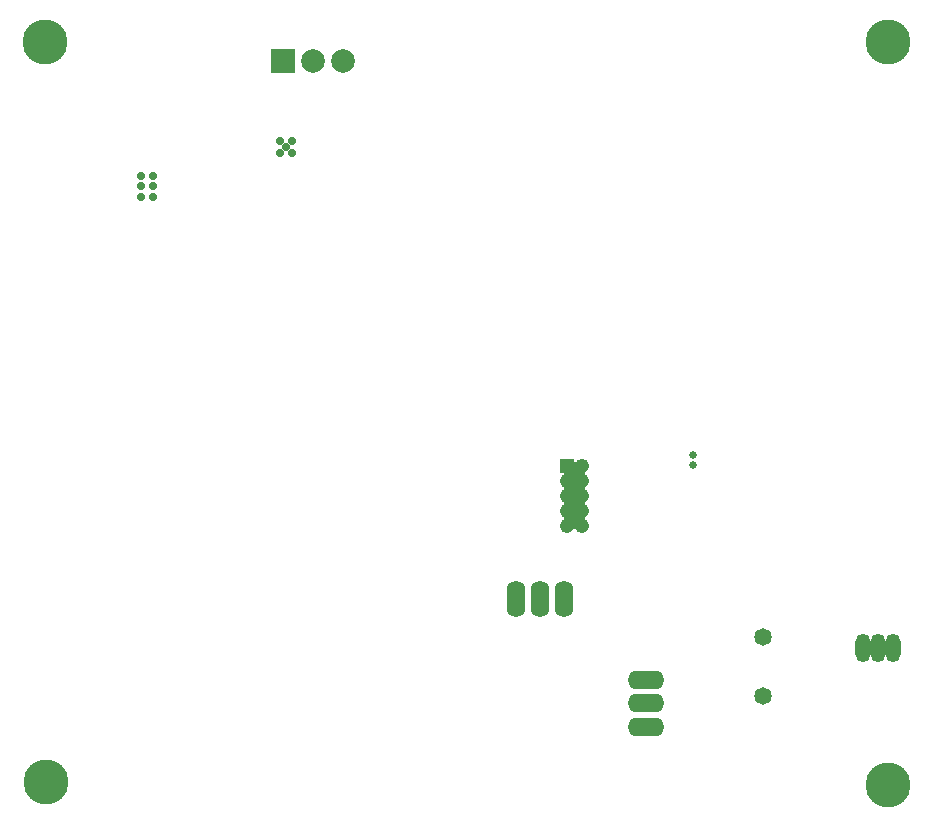
<source format=gbs>
G04*
G04 #@! TF.GenerationSoftware,Altium Limited,Altium Designer,22.2.1 (43)*
G04*
G04 Layer_Color=16711935*
%FSLAX25Y25*%
%MOIN*%
G70*
G04*
G04 #@! TF.SameCoordinates,9584CBA6-E8C1-4CB1-A2AA-B777170A1881*
G04*
G04*
G04 #@! TF.FilePolarity,Negative*
G04*
G01*
G75*
%ADD136C,0.04760*%
%ADD137R,0.04760X0.04760*%
%ADD138O,0.12212X0.06306*%
%ADD139O,0.06306X0.12212*%
%ADD140C,0.07887*%
%ADD141R,0.07887X0.07887*%
%ADD142C,0.05839*%
%ADD143O,0.05131X0.09461*%
%ADD144C,0.14973*%
%ADD145C,0.02800*%
%ADD146C,0.02551*%
G36*
X188500Y94600D02*
X181274D01*
Y116800D01*
X188500D01*
Y94600D01*
D02*
G37*
D136*
X187344Y95654D02*
D03*
X182344D02*
D03*
Y105654D02*
D03*
Y100654D02*
D03*
X187344Y105654D02*
D03*
Y100654D02*
D03*
Y110654D02*
D03*
Y115654D02*
D03*
X182344Y110654D02*
D03*
D137*
Y115654D02*
D03*
D138*
X208735Y28626D02*
D03*
Y36500D02*
D03*
Y44374D02*
D03*
D139*
X181274Y71342D02*
D03*
X173402D02*
D03*
X165526D02*
D03*
D140*
X107800Y250500D02*
D03*
X97800D02*
D03*
D141*
X87800D02*
D03*
D142*
X247700Y39057D02*
D03*
Y58742D02*
D03*
D143*
X280900Y54900D02*
D03*
X285900D02*
D03*
X290900D02*
D03*
D144*
X289200Y9300D02*
D03*
X8800Y10100D02*
D03*
X8252Y256768D02*
D03*
X289300Y256900D02*
D03*
D145*
X40516Y212314D02*
D03*
Y208771D02*
D03*
Y205228D02*
D03*
X44453D02*
D03*
Y208771D02*
D03*
Y212314D02*
D03*
X90569Y223969D02*
D03*
X86632Y223969D02*
D03*
X86632Y220031D02*
D03*
X90569Y220031D02*
D03*
X88600Y222000D02*
D03*
D146*
X224472Y116025D02*
D03*
Y119175D02*
D03*
M02*

</source>
